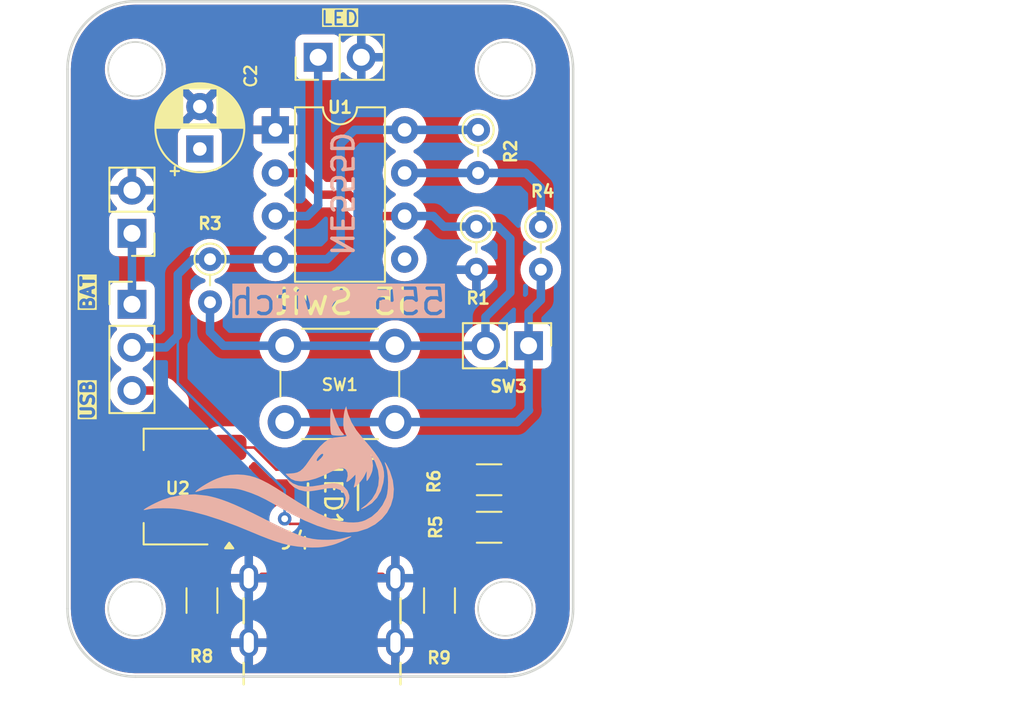
<source format=kicad_pcb>
(kicad_pcb (version 20240108) (generator "pcbnew") (generator_version "8.0")
  (layers (0 "F.Cu" signal) (31 "B.Cu" signal) (34 "B.Paste" user) (35 "F.Paste" user) (36 "B.SilkS" user "B.Silkscreen") (37 "F.SilkS" user "F.Silkscreen") (38 "B.Mask" user) (39 "F.Mask" user) (44 "Edge.Cuts" user))
  (net 0 "")
  (net 1 "Net-(C2-Pad1)")
  (net 2 "GND")
  (net 3 "Net-(U1-THR)")
  (net 4 "/VBAT")
  (net 5 "Net-(U1-DIS)")
  (net 7 "Net-(J4-CC1)")
  (net 8 "/VUSB")
  (net 9 "Net-(J3-Pin_1)")
  (net 10 "Net-(J4-CC2)")
  (net 11 "Net-(LED1-GND-Pad4)")
  (net 12 "/3V3")
  (net 13 "Net-(LED1-GND-Pad1)")
  (net 14 "VCC")
  (footprint "Package_TO_SOT_SMD:SOT-223-3_TabPin2" (layer "F.Cu") (at 116 115 180)
    (property "Reference" "U2" (at -0.1 -0.1 0) (layer "F.SilkS") (effects (font (size 0.7 0.7))))
    (property "Value" "AMS1117-3V3")
    (fp_line (start 1.91 3.41) (end 1.91 2.15) (stroke (width 0.12)) (layer "F.SilkS"))
    (fp_line (start 1.91 -3.41) (end 1.91 -2.15) (stroke (width 0.12)) (layer "F.SilkS"))
    (fp_line (start -1.85 3.41) (end 1.91 3.41) (stroke (width 0.12)) (layer "F.SilkS"))
    (fp_line (start -1.85 -3.41) (end 1.91 -3.41) (stroke (width 0.12)) (layer "F.SilkS"))
    (fp_poly (pts (xy -3.13 -3.31) (xy -3.37 -3.64) (xy -2.89 -3.64) (xy -3.13 -3.31)) (stroke (width 0.12)) (fill solid) (layer "F.SilkS"))
    (pad "1" smd roundrect (at -3.15 -2.3 180) (size 2 1.5) (layers "F.Cu" "F.Paste" "F.Mask") (net 8 "/VUSB"))
    (pad "2" smd roundrect (at -3.15 0 180) (size 2 1.5) (layers "F.Cu" "F.Paste" "F.Mask") (net 2 "GND"))
    (pad "2" smd roundrect (at 3.15 0 180) (size 2 3.8) (layers "F.Cu" "F.Paste" "F.Mask") (net 2 "GND"))
    (pad "3" smd roundrect (at -3.15 2.3 180) (size 2 1.5) (layers "F.Cu" "F.Paste" "F.Mask") (net 12 "/3V3"))
  )
  (footprint "Capacitor_THT:CP_Radial_D5.0mm_P2.50mm" (layer "F.Cu") (at 117.4 95.105113 90)
    (property "Reference" "C2" (at 4.3 3 270) (layer "F.SilkS") (effects (font (size 0.7 0.7) (thickness 0.125))))
    (property "Value" "10uF")
    (fp_line (start 1.29 -2.58) (end 1.29 2.58) (stroke (width 0.12)) (layer "F.SilkS"))
    (fp_line (start 1.25 -2.58) (end 1.25 2.58) (stroke (width 0.12)) (layer "F.SilkS"))
    (fp_line (start 1.33 -2.579) (end 1.33 2.579) (stroke (width 0.12)) (layer "F.SilkS"))
    (fp_line (start 1.37 -2.578) (end 1.37 2.578) (stroke (width 0.12)) (layer "F.SilkS"))
    (fp_line (start 1.41 -2.576) (end 1.41 2.576) (stroke (width 0.12)) (layer "F.SilkS"))
    (fp_line (start 1.45 -2.573) (end 1.45 2.573) (stroke (width 0.12)) (layer "F.SilkS"))
    (fp_line (start 1.49 -2.569) (end 1.49 -1.04) (stroke (width 0.12)) (layer "F.SilkS"))
    (fp_line (start 1.53 -2.565) (end 1.53 -1.04) (stroke (width 0.12)) (layer "F.SilkS"))
    (fp_line (start 1.57 -2.561) (end 1.57 -1.04) (stroke (width 0.12)) (layer "F.SilkS"))
    (fp_line (start 1.61 -2.556) (end 1.61 -1.04) (stroke (width 0.12)) (layer "F.SilkS"))
    (fp_line (start 1.65 -2.55) (end 1.65 -1.04) (stroke (width 0.12)) (layer "F.SilkS"))
    (fp_line (start 1.69 -2.543) (end 1.69 -1.04) (stroke (width 0.12)) (layer "F.SilkS"))
    (fp_line (start 1.73 -2.536) (end 1.73 -1.04) (stroke (width 0.12)) (layer "F.SilkS"))
    (fp_line (start 1.77 -2.528) (end 1.77 -1.04) (stroke (width 0.12)) (layer "F.SilkS"))
    (fp_line (start 1.81 -2.52) (end 1.81 -1.04) (stroke (width 0.12)) (layer "F.SilkS"))
    (fp_line (start 1.85 -2.511) (end 1.85 -1.04) (stroke (width 0.12)) (layer "F.SilkS"))
    (fp_line (start 1.89 -2.501) (end 1.89 -1.04) (stroke (width 0.12)) (layer "F.SilkS"))
    (fp_line (start 1.93 -2.491) (end 1.93 -1.04) (stroke (width 0.12)) (layer "F.SilkS"))
    (fp_line (start 1.971 -2.48) (end 1.971 -1.04) (stroke (width 0.12)) (layer "F.SilkS"))
    (fp_line (start 2.011 -2.468) (end 2.011 -1.04) (stroke (width 0.12)) (layer "F.SilkS"))
    (fp_line (start 2.051 -2.455) (end 2.051 -1.04) (stroke (width 0.12)) (layer "F.SilkS"))
    (fp_line (start 2.091 -2.442) (end 2.091 -1.04) (stroke (width 0.12)) (layer "F.SilkS"))
    (fp_line (start 2.131 -2.428) (end 2.131 -1.04) (stroke (width 0.12)) (layer "F.SilkS"))
    (fp_line (start 2.171 -2.414) (end 2.171 -1.04) (stroke (width 0.12)) (layer "F.SilkS"))
    (fp_line (start 2.211 -2.398) (end 2.211 -1.04) (stroke (width 0.12)) (layer "F.SilkS"))
    (fp_line (start 2.251 -2.382) (end 2.251 -1.04) (stroke (width 0.12)) (layer "F.SilkS"))
    (fp_line (start 2.291 -2.365) (end 2.291 -1.04) (stroke (width 0.12)) (layer "F.SilkS"))
    (fp_line (start 2.331 -2.348) (end 2.331 -1.04) (stroke (width 0.12)) (layer "F.SilkS"))
    (fp_line (start 2.371 -2.329) (end 2.371 -1.04) (stroke (width 0.12)) (layer "F.SilkS"))
    (fp_line (start 2.411 -2.31) (end 2.411 -1.04) (stroke (width 0.12)) (layer "F.SilkS"))
    (fp_line (start 2.451 -2.29) (end 2.451 -1.04) (stroke (width 0.12)) (layer "F.SilkS"))
    (fp_line (start 2.491 -2.268) (end 2.491 -1.04) (stroke (width 0.12)) (layer "F.SilkS"))
    (fp_line (start 2.531 -2.247) (end 2.531 -1.04) (stroke (width 0.12)) (layer "F.SilkS"))
    (fp_line (start 2.571 -2.224) (end 2.571 -1.04) (stroke (width 0.12)) (layer "F.SilkS"))
    (fp_line (start 2.611 -2.2) (end 2.611 -1.04) (stroke (width 0.12)) (layer "F.SilkS"))
    (fp_line (start 2.651 -2.175) (end 2.651 -1.04) (stroke (width 0.12)) (layer "F.SilkS"))
    (fp_line (start 2.691 -2.149) (end 2.691 -1.04) (stroke (width 0.12)) (layer "F.SilkS"))
    (fp_line (start 2.731 -2.122) (end 2.731 -1.04) (stroke (width 0.12)) (layer "F.SilkS"))
    (fp_line (start 2.771 -2.095) (end 2.771 -1.04) (stroke (width 0.12)) (layer "F.SilkS"))
    (fp_line (start 2.811 -2.065) (end 2.811 -1.04) (stroke (width 0.12)) (layer "F.SilkS"))
    (fp_line (start 2.851 -2.035) (end 2.851 -1.04) (stroke (width 0.12)) (layer "F.SilkS"))
    (fp_line (start 2.891 -2.004) (end 2.891 -1.04) (stroke (width 0.12)) (layer "F.SilkS"))
    (fp_line (start 2.931 -1.971) (end 2.931 -1.04) (stroke (width 0.12)) (layer "F.SilkS"))
    (fp_line (start 2.971 -1.937) (end 2.971 -1.04) (stroke (width 0.12)) (layer "F.SilkS"))
    (fp_line (start 3.011 -1.901) (end 3.011 -1.04) (stroke (width 0.12)) (layer "F.SilkS"))
    (fp_line (start 3.051 -1.864) (end 3.051 -1.04) (stroke (width 0.12)) (layer "F.SilkS"))
    (fp_line (start 3.091 -1.826) (end 3.091 -1.04) (stroke (width 0.12)) (layer "F.SilkS"))
    (fp_line (start 3.131 -1.785) (end 3.131 -1.04) (stroke (width 0.12)) (layer "F.SilkS"))
    (fp_line (start 3.171 -1.743) (end 3.171 -1.04) (stroke (width 0.12)) (layer "F.SilkS"))
    (fp_line (start -1.304775 -1.725) (end -1.304775 -1.225) (stroke (width 0.12)) (layer "F.SilkS"))
    (fp_line (start 3.211 -1.699) (end 3.211 -1.04) (stroke (width 0.12)) (layer "F.SilkS"))
    (fp_line (start 3.251 -1.653) (end 3.251 -1.04) (stroke (width 0.12)) (layer "F.SilkS"))
    (fp_line (start 3.291 -1.605) (end 3.291 -1.04) (stroke (width 0.12)) (layer "F.SilkS"))
    (fp_line (start 3.331 -1.554) (end 3.331 -1.04) (stroke (width 0.12)) (layer "F.SilkS"))
    (fp_line (start 3.371 -1.5) (end 3.371 -1.04) (stroke (width 0.12)) (layer "F.SilkS"))
    (fp_line (start -1.554775 -1.475) (end -1.054775 -1.475) (stroke (width 0.12)) (layer "F.SilkS"))
    (fp_line (start 3.411 -1.443) (end 3.411 -1.04) (stroke (width 0.12)) (layer "F.SilkS"))
    (fp_line (start 3.451 -1.383) (end 3.451 -1.04) (stroke (width 0.12)) (layer "F.SilkS"))
    (fp_line (start 3.491 -1.319) (end 3.491 -1.04) (stroke (width 0.12)) (layer "F.SilkS"))
    (fp_line (start 3.531 -1.251) (end 3.531 -1.04) (stroke (width 0.12)) (layer "F.SilkS"))
    (fp_line (start 3.571 -1.178) (end 3.571 1.178) (stroke (width 0.12)) (layer "F.SilkS"))
    (fp_line (start 3.611 -1.098) (end 3.611 1.098) (stroke (width 0.12)) (layer "F.SilkS"))
    (fp_line (start 3.651 -1.011) (end 3.651 1.011) (stroke (width 0.12)) (layer "F.SilkS"))
    (fp_line (start 3.691 -0.915) (end 3.691 0.915) (stroke (width 0.12)) (layer "F.SilkS"))
    (fp_line (start 3.731 -0.805) (end 3.731 0.805) (stroke (width 0.12)) (layer "F.SilkS"))
    (fp_line (start 3.771 -0.677) (end 3.771 0.677) (stroke (width 0.12)) (layer "F.SilkS"))
    (fp_line (start 3.811 -0.518) (end 3.811 0.518) (stroke (width 0.12)) (layer "F.SilkS"))
    (fp_line (start 3.851 -0.284) (end 3.851 0.284) (stroke (width 0.12)) (layer "F.SilkS"))
    (fp_line (start 3.531 1.04) (end 3.531 1.251) (stroke (width 0.12)) (layer "F.SilkS"))
    (fp_line (start 3.491 1.04) (end 3.491 1.319) (stroke (width 0.12)) (layer "F.SilkS"))
    (fp_line (start 3.451 1.04) (end 3.451 1.383) (stroke (width 0.12)) (layer "F.SilkS"))
    (fp_line (start 3.411 1.04) (end 3.411 1.443) (stroke (width 0.12)) (layer "F.SilkS"))
    (fp_line (start 3.371 1.04) (end 3.371 1.5) (stroke (width 0.12)) (layer "F.SilkS"))
    (fp_line (start 3.331 1.04) (end 3.331 1.554) (stroke (width 0.12)) (layer "F.SilkS"))
    (fp_line (start 3.291 1.04) (end 3.291 1.605) (stroke (width 0.12)) (layer "F.SilkS"))
    (fp_line (start 3.251 1.04) (end 3.251 1.653) (stroke (width 0.12)) (layer "F.SilkS"))
    (fp_line (start 3.211 1.04) (end 3.211 1.699) (stroke (width 0.12)) (layer "F.SilkS"))
    (fp_line (start 3.171 1.04) (end 3.171 1.743) (stroke (width 0.12)) (layer "F.SilkS"))
    (fp_line (start 3.131 1.04) (end 3.131 1.785) (stroke (width 0.12)) (layer "F.SilkS"))
    (fp_line (start 3.091 1.04) (end 3.091 1.826) (stroke (width 0.12)) (layer "F.SilkS"))
    (fp_line (start 3.051 1.04) (end 3.051 1.864) (stroke (width 0.12)) (layer "F.SilkS"))
    (fp_line (start 3.011 1.04) (end 3.011 1.901) (stroke (width 0.12)) (layer "F.SilkS"))
    (fp_line (start 2.971 1.04) (end 2.971 1.937) (stroke (width 0.12)) (layer "F.SilkS"))
    (fp_line (start 2.931 1.04) (end 2.931 1.971) (stroke (width 0.12)) (layer "F.SilkS"))
    (fp_line (start 2.891 1.04) (end 2.891 2.004) (stroke (width 0.12)) (layer "F.SilkS"))
    (fp_line (start 2.851 1.04) (end 2.851 2.035) (stroke (width 0.12)) (layer "F.SilkS"))
    (fp_line (start 2.811 1.04) (end 2.811 2.065) (stroke (width 0.12)) (layer "F.SilkS"))
    (fp_line (start 2.771 1.04) (end 2.771 2.095) (stroke (width 0.12)) (layer "F.SilkS"))
    (fp_line (start 2.731 1.04) (end 2.731 2.122) (stroke (width 0.12)) (layer "F.SilkS"))
    (fp_line (start 2.691 1.04) (end 2.691 2.149) (stroke (width 0.12)) (layer "F.SilkS"))
    (fp_line (start 2.651 1.04) (end 2.651 2.175) (stroke (width 0.12)) (layer "F.SilkS"))
    (fp_line (start 2.611 1.04) (end 2.611 2.2) (stroke (width 0.12)) (layer "F.SilkS"))
    (fp_line (start 2.571 1.04) (end 2.571 2.224) (stroke (width 0.12)) (layer "F.SilkS"))
    (fp_line (start 2.531 1.04) (end 2.531 2.247) (stroke (width 0.12)) (layer "F.SilkS"))
    (fp_line (start 2.491 1.04) (end 2.491 2.268) (stroke (width 0.12)) (layer "F.SilkS"))
    (fp_line (start 2.451 1.04) (end 2.451 2.29) (stroke (width 0.12)) (layer "F.SilkS"))
    (fp_line (start 2.411 1.04) (end 2.411 2.31) (stroke (width 0.12)) (layer "F.SilkS"))
    (fp_line (start 2.371 1.04) (end 2.371 2.329) (stroke (width 0.12)) (layer "F.SilkS"))
    (fp_line (start 2.331 1.04) (end 2.331 2.348) (stroke (width 0.12)) (layer "F.SilkS"))
    (fp_line (start 2.291 1.04) (end 2.291 2.365) (stroke (width 0.12)) (layer "F.SilkS"))
    (fp_line (start 2.251 1.04) (end 2.251 2.382) (stroke (width 0.12)) (layer "F.SilkS"))
    (fp_line (start 2.211 1.04) (end 2.211 2.398) (stroke (width 0.12)) (layer "F.SilkS"))
    (fp_line (start 2.171 1.04) (end 2.171 2.414) (stroke (width 0.12)) (layer "F.SilkS"))
    (fp_line (start 2.131 1.04) (end 2.131 2.428) (stroke (width 0.12)) (layer "F.SilkS"))
    (fp_line (start 2.091 1.04) (end 2.091 2.442) (stroke (width 0.12)) (layer "F.SilkS"))
    (fp_line (start 2.051 1.04) (end 2.051 2.455) (stroke (width 0.12)) (layer "F.SilkS"))
    (fp_line (start 2.011 1.04) (end 2.011 2.468) (stroke (width 0.12)) (layer "F.SilkS"))
    (fp_line (start 1.971 1.04) (end 1.971 2.48) (stroke (width 0.12)) (layer "F.SilkS"))
    (fp_line (start 1.93 1.04) (end 1.93 2.491) (stroke (width 0.12)) (layer "F.SilkS"))
    (fp_line (start 1.89 1.04) (end 1.89 2.501) (stroke (width 0.12)) (layer "F.SilkS"))
    (fp_line (start 1.85 1.04) (end 1.85 2.511) (stroke (width 0.12)) (layer "F.SilkS"))
    (fp_line (start 1.81 1.04) (end 1.81 2.52) (stroke (width 0.12)) (layer "F.SilkS"))
    (fp_line (start 1.77 1.04) (end 1.77 2.528) (stroke (width 0.12)) (layer "F.SilkS"))
    (fp_line (start 1.73 1.04) (end 1.73 2.536) (stroke (width 0.12)) (layer "F.SilkS"))
    (fp_line (start 1.69 1.04) (end 1.69 2.543) (stroke (width 0.12)) (layer "F.SilkS"))
    (fp_line (start 1.65 1.04) (end 1.65 2.55) (stroke (width 0.12)) (layer "F.SilkS"))
    (fp_line (start 1.61 1.04) (end 1.61 2.556) (stroke (width 0.12)) (layer "F.SilkS"))
    (fp_line (start 1.57 1.04) (end 1.57 2.561) (stroke (width 0.12)) (layer "F.SilkS"))
    (fp_line (start 1.53 1.04) (end 1.53 2.565) (stroke (width 0.12)) (layer "F.SilkS"))
    (fp_line (start 1.49 1.04) (end 1.49 2.569) (stroke (width 0.12)) (layer "F.SilkS"))
    (fp_circle (center 1.25 0) (end 3.87 0) (stroke (width 0.12)) (fill none) (layer "F.SilkS"))
    (pad "1" thru_hole rect (at 0 0 90) (size 1.6 1.6) (drill 0.8) (layers "*.Cu" "*.Mask") (net 1 "Net-(C2-Pad1)"))
    (pad "2" thru_hole circle (at 2.5 0 90) (size 1.6 1.6) (drill 0.8) (layers "*.Cu" "*.Mask") (net 2 "GND"))
  )
  (footprint "Package_DIP:DIP-8_W7.62mm" (layer "F.Cu") (at 121.85 93.98)
    (property "Reference" "U1" (at 3.81 -1.33 0) (layer "F.SilkS") (effects (font (size 0.7 0.7))))
    (property "Value" "NE555D")
    (fp_line (start 1.16 -1.33) (end 1.16 8.95) (stroke (width 0.12)) (layer "F.SilkS"))
    (fp_line (start 1.16 8.95) (end 6.46 8.95) (stroke (width 0.12)) (layer "F.SilkS"))
    (fp_line (start 2.81 -1.33) (end 1.16 -1.33) (stroke (width 0.12)) (layer "F.SilkS"))
    (fp_line (start 6.46 -1.33) (end 4.81 -1.33) (stroke (width 0.12)) (layer "F.SilkS"))
    (fp_line (start 6.46 8.95) (end 6.46 -1.33) (stroke (width 0.12)) (layer "F.SilkS"))
    (fp_arc (start 4.81 -1.33) (mid 3.81 -0.33) (end 2.81 -1.33) (stroke (width 0.12)) (layer "F.SilkS"))
    (pad "1" thru_hole rect (at 0 0) (size 1.6 1.6) (drill 0.8) (layers "*.Cu" "*.Mask") (net 2 "GND"))
    (pad "2" thru_hole oval (at 0 2.54) (size 1.6 1.6) (drill 0.8) (layers "*.Cu" "*.Mask") (net 3 "Net-(U1-THR)"))
    (pad "3" thru_hole oval (at 0 5.08) (size 1.6 1.6) (drill 0.8) (layers "*.Cu" "*.Mask") (net 9 "Net-(J3-Pin_1)"))
    (pad "4" thru_hole oval (at 0 7.62) (size 1.6 1.6) (drill 0.8) (layers "*.Cu" "*.Mask") (net 14 "VCC"))
    (pad "5" thru_hole oval (at 7.62 7.62) (size 1.6 1.6) (drill 0.8) (layers "*.Cu" "*.Mask"))
    (pad "6" thru_hole oval (at 7.62 5.08) (size 1.6 1.6) (drill 0.8) (layers "*.Cu" "*.Mask") (net 3 "Net-(U1-THR)"))
    (pad "7" thru_hole oval (at 7.62 2.54) (size 1.6 1.6) (drill 0.8) (layers "*.Cu" "*.Mask") (net 5 "Net-(U1-DIS)"))
    (pad "8" thru_hole oval (at 7.62 0) (size 1.6 1.6) (drill 0.8) (layers "*.Cu" "*.Mask") (net 14 "VCC"))
  )
  (footprint "Resistor_THT:R_Axial_DIN0204_L3.6mm_D1.6mm_P2.54mm_Vertical" (layer "F.Cu") (at 137.5 99.68 -90)
    (property "Reference" "R4" (at -2.08 -0.1 0) (layer "F.SilkS") (effects (font (size 0.7 0.7))))
    (property "Value" "10k")
    (fp_line (start 0.92 0) (end 1.54 0) (stroke (width 0.12)) (layer "F.SilkS"))
    (fp_circle (center 0 0) (end 0.92 0) (stroke (width 0.12)) (fill none) (layer "F.SilkS"))
    (pad "1" thru_hole circle (at 0 0 270) (size 1.4 1.4) (drill 0.7) (layers "*.Cu" "*.Mask") (net 5 "Net-(U1-DIS)"))
    (pad "2" thru_hole oval (at 2.54 0 270) (size 1.4 1.4) (drill 0.7) (layers "*.Cu" "*.Mask") (net 1 "Net-(C2-Pad1)"))
  )
  (footprint "Resistor_SMD:R_1206_3216Metric_Pad1.30x1.75mm_HandSolder" (layer "F.Cu") (at 134.45 117.4)
    (property "Reference" "R5" (at -3.15 0 90) (layer "F.SilkS") (effects (font (size 0.7 0.7))))
    (property "Value" "5k1")
    (fp_line (start -0.727064 -0.91) (end 0.727064 -0.91) (stroke (width 0.12)) (layer "F.SilkS"))
    (fp_line (start -0.727064 0.91) (end 0.727064 0.91) (stroke (width 0.12)) (layer "F.SilkS"))
    (pad "1" smd roundrect (at -1.55 0) (size 1.3 1.75) (layers "F.Cu" "F.Paste" "F.Mask") (roundrect_rratio 0.192308) (net 11 "Net-(LED1-GND-Pad4)"))
    (pad "2" smd roundrect (at 1.55 0) (size 1.3 1.75) (layers "F.Cu" "F.Paste" "F.Mask") (roundrect_rratio 0.192308) (net 2 "GND"))
  )
  (footprint "Connector_PinHeader_2.54mm:PinHeader_1x02_P2.54mm_Vertical" (layer "F.Cu") (at 113.4 100.075 180)
    (property "Reference" "J1" (hide yes))
    (property "Value" "3V3")
    (fp_line (start 1.33 1.27) (end 1.33 3.87) (stroke (width 0.12)) (layer "F.SilkS"))
    (fp_line (start -1.33 3.87) (end 1.33 3.87) (stroke (width 0.12)) (layer "F.SilkS"))
    (fp_line (start -1.33 1.27) (end 1.33 1.27) (stroke (width 0.12)) (layer "F.SilkS"))
    (fp_line (start -1.33 1.27) (end -1.33 3.87) (stroke (width 0.12)) (layer "F.SilkS"))
    (fp_line (start -1.33 0) (end -1.33 -1.33) (stroke (width 0.12)) (layer "F.SilkS"))
    (fp_line (start -1.33 -1.33) (end 0 -1.33) (stroke (width 0.12)) (layer "F.SilkS"))
    (pad "1" thru_hole rect (at 0 0 180) (size 1.7 1.7) (drill 1) (layers "*.Cu" "*.Mask") (net 4 "/VBAT"))
    (pad "2" thru_hole oval (at 0 2.54 180) (size 1.7 1.7) (drill 1) (layers "*.Cu" "*.Mask") (net 2 "GND"))
  )
  (footprint "Alexander Footprint Library:USB-C MOLEX 2171750001" (layer "F.Cu") (at 124.605 126.8)
    (property "Reference" "J4" (at -1.5875 -8.605 0) (layer "F.SilkS"))
    (property "Value" "USB-C_Receptacle_PowerOnly_6P_MOLEX-2171750001")
    (fp_line (start -4.62 -3.75) (end -4.62 -5.2) (stroke (width 0.15)) (layer "F.SilkS"))
    (fp_line (start -4.62 -0.15) (end -4.62 -1.4) (stroke (width 0.15)) (layer "F.SilkS"))
    (fp_line (start 4.62 -3.75) (end 4.62 -5.2) (stroke (width 0.15)) (layer "F.SilkS"))
    (fp_line (start 4.62 -0.15) (end 4.62 -1.4) (stroke (width 0.15)) (layer "F.SilkS"))
    (pad "A5" smd rect (at -0.5 -6.48) (size 0.7 1.2) (layers "F.Cu" "F.Paste") (net 7 "Net-(J4-CC1)"))
    (pad "A9" smd rect (at 1.52 -6.48) (size 0.76 1.2) (layers "F.Cu" "F.Paste") (net 8 "/VUSB"))
    (pad "A12" smd rect (at 2.75 -6.48) (size 0.8 1.2) (layers "F.Cu" "F.Paste") (net 2 "GND"))
    (pad "B5" smd rect (at 0.5 -6.48) (size 0.7 1.2) (layers "F.Cu" "F.Paste") (net 10 "Net-(J4-CC2)"))
    (pad "B9" smd rect (at -1.52 -6.48) (size 0.76 1.2) (layers "F.Cu" "F.Paste") (net 8 "/VUSB"))
    (pad "B12" smd rect (at -2.75 -6.48) (size 0.8 1.2) (layers "F.Cu" "F.Paste") (net 2 "GND"))
    (pad "S1" thru_hole oval (at -4.32 -2.6) (size 1.1 1.7) (drill oval 0.6 1.2) (layers "*.Cu" "*.Mask") (net 2 "GND"))
    (pad "S2" thru_hole oval (at 4.32 -2.6) (size 1.1 1.7) (drill oval 0.6 1.2) (layers "*.Cu" "*.Mask") (net 2 "GND"))
    (pad "S3" thru_hole oval (at -4.32 -6.4) (size 1.1 1.7) (drill oval 0.6 1.2) (layers "*.Cu" "*.Mask") (net 2 "GND"))
    (pad "S4" thru_hole oval (at 4.32 -6.4) (size 1.1 1.7) (drill oval 0.6 1.2) (layers "*.Cu" "*.Mask") (net 2 "GND"))
  )
  (footprint "Alexander Footprint Library:B1552_HVK-M" (layer "F.Cu") (at 125.249999 115.6002 -90)
    (property "Reference" "LED1" (at 0 0 -90) (layer "F.SilkS"))
    (property "Value" "LED-RED-GREEN-B1552USUG20D")
    (fp_line (start -0.777373 1.4732) (end 0.777373 1.4732) (stroke (width 0.1524)) (layer "F.SilkS"))
    (fp_line (start -0.777373 -1.4732) (end 0.777373 -1.4732) (stroke (width 0.1524)) (layer "F.SilkS"))
    (fp_text user "*" (at -2.2352 -1.8041 -90) (layer "F.SilkS"))
    (fp_text user "*" (at -2.2352 -1.8041 90) (layer "F.SilkS"))
    (pad "1" smd rect (at -1.6002 -0.750001 270) (size 1.1176 1.0414) (layers "F.Cu" "F.Paste" "F.Mask") (net 13 "Net-(LED1-GND-Pad1)"))
    (pad "2" smd rect (at -1.6002 0.750001 270) (size 1.1176 1.0414) (layers "F.Cu" "F.Paste" "F.Mask") (net 12 "/3V3"))
    (pad "3" smd rect (at 1.6002 0.750001 270) (size 1.1176 1.0414) (layers "F.Cu" "F.Paste" "F.Mask") (net 14 "VCC"))
    (pad "4" smd rect (at 1.6002 -0.750001 270) (size 1.1176 1.0414) (layers "F.Cu" "F.Paste" "F.Mask") (net 11 "Net-(LED1-GND-Pad4)"))
  )
  (footprint "Resistor_SMD:R_1206_3216Metric_Pad1.30x1.75mm_HandSolder" (layer "F.Cu") (at 117.525 121.72 -90)
    (property "Reference" "R8" (at 3.28 0.025 0) (layer "F.SilkS") (effects (font (size 0.7 0.7))))
    (property "Value" "5K7")
    (fp_line (start -0.727064 0.91) (end 0.727064 0.91) (stroke (width 0.12)) (layer "F.SilkS"))
    (fp_line (start -0.727064 -0.91) (end 0.727064 -0.91) (stroke (width 0.12)) (layer "F.SilkS"))
    (pad "1" smd roundrect (at -1.55 0 270) (size 1.3 1.75) (layers "F.Cu" "F.Paste" "F.Mask") (roundrect_rratio 0.192308) (net 2 "GND"))
    (pad "2" smd roundrect (at 1.55 0 270) (size 1.3 1.75) (layers "F.Cu" "F.Paste" "F.Mask") (roundrect_rratio 0.192308) (net 7 "Net-(J4-CC1)"))
  )
  (footprint "Connector_PinHeader_2.54mm:PinHeader_1x03_P2.54mm_Vertical" (layer "F.Cu") (at 113.4 104.26)
    (property "Reference" "SW2" (hide yes))
    (property "Value" "SW_SPDT")
    (fp_line (start -1.33 -1.33) (end 0 -1.33) (stroke (width 0.12)) (layer "F.SilkS"))
    (fp_line (start -1.33 0) (end -1.33 -1.33) (stroke (width 0.12)) (layer "F.SilkS"))
    (fp_line (start -1.33 1.27) (end -1.33 6.41) (stroke (width 0.12)) (layer "F.SilkS"))
    (fp_line (start -1.33 1.27) (end 1.33 1.27) (stroke (width 0.12)) (layer "F.SilkS"))
    (fp_line (start -1.33 6.41) (end 1.33 6.41) (stroke (width 0.12)) (layer "F.SilkS"))
    (fp_line (start 1.33 1.27) (end 1.33 6.41) (stroke (width 0.12)) (layer "F.SilkS"))
    (pad "1" thru_hole rect (at 0 0) (size 1.7 1.7) (drill 1) (layers "*.Cu" "*.Mask") (net 4 "/VBAT"))
    (pad "2" thru_hole oval (at 0 2.54) (size 1.7 1.7) (drill 1) (layers "*.Cu" "*.Mask") (net 14 "VCC"))
    (pad "3" thru_hole oval (at 0 5.08) (size 1.7 1.7) (drill 1) (layers "*.Cu" "*.Mask") (net 12 "/3V3"))
  )
  (footprint "Resistor_SMD:R_1206_3216Metric_Pad1.30x1.75mm_HandSolder" (layer "F.Cu") (at 134.45 114.6)
    (property "Reference" "R6" (at -3.25 0.1 90) (layer "F.SilkS") (effects (font (size 0.7 0.7))))
    (property "Value" "5k1")
    (fp_line (start -0.727064 -0.91) (end 0.727064 -0.91) (stroke (width 0.12)) (layer "F.SilkS"))
    (fp_line (start -0.727064 0.91) (end 0.727064 0.91) (stroke (width 0.12)) (layer "F.SilkS"))
    (pad "1" smd roundrect (at -1.55 0) (size 1.3 1.75) (layers "F.Cu" "F.Paste" "F.Mask") (roundrect_rratio 0.192308) (net 13 "Net-(LED1-GND-Pad1)"))
    (pad "2" smd roundrect (at 1.55 0) (size 1.3 1.75) (layers "F.Cu" "F.Paste" "F.Mask") (roundrect_rratio 0.192308) (net 2 "GND"))
  )
  (footprint "Resistor_SMD:R_1206_3216Metric_Pad1.30x1.75mm_HandSolder" (layer "F.Cu") (at 131.525 121.72 -90)
    (property "Reference" "R9" (at 3.38 0.025 0) (layer "F.SilkS") (effects (font (size 0.7 0.7))))
    (property "Value" "5K7")
    (fp_line (start -0.727064 0.91) (end 0.727064 0.91) (stroke (width 0.12)) (layer "F.SilkS"))
    (fp_line (start -0.727064 -0.91) (end 0.727064 -0.91) (stroke (width 0.12)) (layer "F.SilkS"))
    (pad "1" smd roundrect (at -1.55 0 270) (size 1.3 1.75) (layers "F.Cu" "F.Paste" "F.Mask") (roundrect_rratio 0.192308) (net 2 "GND"))
    (pad "2" smd roundrect (at 1.55 0 270) (size 1.3 1.75) (layers "F.Cu" "F.Paste" "F.Mask") (roundrect_rratio 0.192308) (net 10 "Net-(J4-CC2)"))
  )
  (footprint "Resistor_THT:R_Axial_DIN0204_L3.6mm_D1.6mm_P2.54mm_Vertical" (layer "F.Cu") (at 133.7 99.68 -90)
    (property "Reference" "R1" (at 4.22 -0.1 0) (layer "F.SilkS") (effects (font (size 0.7 0.7))))
    (property "Value" "10k")
    (fp_line (start 0.92 0) (end 1.54 0) (stroke (width 0.12)) (layer "F.SilkS"))
    (fp_circle (center 0 0) (end 0.92 0) (stroke (width 0.12)) (fill none) (layer "F.SilkS"))
    (pad "1" thru_hole circle (at 0 0 270) (size 1.4 1.4) (drill 0.7) (layers "*.Cu" "*.Mask") (net 3 "Net-(U1-THR)"))
    (pad "2" thru_hole oval (at 2.54 0 270) (size 1.4 1.4) (drill 0.7) (layers "*.Cu" "*.Mask") (net 2 "GND"))
  )
  (footprint "Resistor_THT:R_Axial_DIN0204_L3.6mm_D1.6mm_P2.54mm_Vertical" (layer "F.Cu") (at 133.8 93.98 -90)
    (property "Reference" "R2" (at 1.27 -1.92 90) (layer "F.SilkS") (effects (font (size 0.7 0.7))))
    (property "Value" "10k")
    (fp_line (start 0.92 0) (end 1.54 0) (stroke (width 0.12)) (layer "F.SilkS"))
    (fp_circle (center 0 0) (end 0.92 0) (stroke (width 0.12)) (fill none) (layer "F.SilkS"))
    (pad "1" thru_hole circle (at 0 0 270) (size 1.4 1.4) (drill 0.7) (layers "*.Cu" "*.Mask") (net 14 "VCC"))
    (pad "2" thru_hole oval (at 2.54 0 270) (size 1.4 1.4) (drill 0.7) (layers "*.Cu" "*.Mask") (net 5 "Net-(U1-DIS)"))
  )
  (footprint "Connector_PinHeader_2.54mm:PinHeader_1x02_P2.54mm_Vertical" (layer "F.Cu") (at 124.375 89.7 90)
    (property "Reference" "J3" (hide yes))
    (property "Value" "OUT")
    (fp_line (start -1.33 -1.33) (end 0 -1.33) (stroke (width 0.12)) (layer "F.SilkS"))
    (fp_line (start -1.33 0) (end -1.33 -1.33) (stroke (width 0.12)) (layer "F.SilkS"))
    (fp_line (start 1.33 1.27) (end 1.33 3.87) (stroke (width 0.12)) (layer "F.SilkS"))
    (fp_line (start -1.33 1.27) (end 1.33 1.27) (stroke (width 0.12)) (layer "F.SilkS"))
    (fp_line (start -1.33 1.27) (end -1.33 3.87) (stroke (width 0.12)) (layer "F.SilkS"))
    (fp_line (start -1.33 3.87) (end 1.33 3.87) (stroke (width 0.12)) (layer "F.SilkS"))
    (pad "1" thru_hole rect (at 0 0 90) (size 1.7 1.7) (drill 1) (layers "*.Cu" "*.Mask") (net 9 "Net-(J3-Pin_1)"))
    (pad "2" thru_hole oval (at 0 2.54 90) (size 1.7 1.7) (drill 1) (layers "*.Cu" "*.Mask") (net 2 "GND"))
  )
  (footprint "Connector_PinHeader_2.54mm:PinHeader_1x02_P2.54mm_Vertical" (layer "F.Cu") (at 136.775 106.7 -90)
    (property "Reference" "SW3" (at 2.4 1.175 0) (layer "F.SilkS") (effects (font (size 0.7 0.7))))
    (property "Value" "SW_Reed")
    (fp_line (start -1.33 3.87) (end 1.33 3.87) (stroke (width 0.12)) (layer "F.SilkS"))
    (fp_line (start -1.33 1.27) (end -1.33 3.87) (stroke (width 0.12)) (layer "F.SilkS"))
    (fp_line (start -1.33 1.27) (end 1.33 1.27) (stroke (width 0.12)) (layer "F.SilkS"))
    (fp_line (start 1.33 1.27) (end 1.33 3.87) (stroke (width 0.12)) (layer "F.SilkS"))
    (fp_line (start -1.33 0) (end -1.33 -1.33) (stroke (width 0.12)) (layer "F.SilkS"))
    (fp_line (start -1.33 -1.33) (end 0 -1.33) (stroke (width 0.12)) (layer "F.SilkS"))
    (pad "1" thru_hole rect (at 0 0 270) (size 1.7 1.7) (drill 1) (layers "*.Cu" "*.Mask") (net 1 "Net-(C2-Pad1)"))
    (pad "2" thru_hole oval (at 0 2.54 270) (size 1.7 1.7) (drill 1) (layers "*.Cu" "*.Mask") (net 3 "Net-(U1-THR)"))
  )
  (footprint "Resistor_THT:R_Axial_DIN0204_L3.6mm_D1.6mm_P2.54mm_Vertical" (layer "F.Cu") (at 118 101.6 -90)
    (property "Reference" "R3" (at -2.1 0 0) (layer "F.SilkS") (effects (font (size 0.7 0.7))))
    (property "Value" "10k")
    (fp_line (start 0.92 0) (end 1.54 0) (stroke (width 0.12)) (layer "F.SilkS"))
    (fp_circle (center 0 0) (end 0.92 0) (stroke (width 0.12)) (fill none) (layer "F.SilkS"))
    (pad "1" thru_hole circle (at 0 0 270) (size 1.4 1.4) (drill 0.7) (layers "*.Cu" "*.Mask") (net 14 "VCC"))
    (pad "2" thru_hole oval (at 2.54 0 270) (size 1.4 1.4) (drill 0.7) (layers "*.Cu" "*.Mask") (net 3 "Net-(U1-THR)"))
  )
  (footprint "Button_Switch_THT:SW_PUSH_6mm" (layer "F.Cu") (at 122.4 106.7)
    (property "Reference" "SW1" (at 3.25 2.3 0) (layer "F.SilkS") (effects (font (size 0.7 0.7) (thickness 0.125))))
    (property "Value" "SW_Push")
    (fp_line (start -0.25 1.5) (end -0.25 3) (stroke (width 0.12)) (layer "F.SilkS"))
    (fp_line (start 1 5.5) (end 5.5 5.5) (stroke (width 0.12)) (layer "F.SilkS"))
    (fp_line (start 5.5 -1) (end 1 -1) (stroke (width 0.12)) (layer "F.SilkS"))
    (fp_line (start 6.75 3) (end 6.75 1.5) (stroke (width 0.12)) (layer "F.SilkS"))
    (pad "1" thru_hole circle (at 0 0 90) (size 2 2) (drill 1.1) (layers "*.Cu" "*.Mask") (net 3 "Net-(U1-THR)"))
    (pad "1" thru_hole circle (at 6.5 0 90) (size 2 2) (drill 1.1) (layers "*.Cu" "*.Mask") (net 3 "Net-(U1-THR)"))
    (pad "2" thru_hole circle (at 0 4.5 90) (size 2 2) (drill 1.1) (layers "*.Cu" "*.Mask") (net 1 "Net-(C2-Pad1)"))
    (pad "2" thru_hole circle (at 6.5 4.5 90) (size 2 2) (drill 1.1) (layers "*.Cu" "*.Mask") (net 1 "Net-(C2-Pad1)"))
  )
  (footprint "LOGO" (layer "B.Cu") (at 121.4 114.4 180)
    (property "Reference" "G***" (hide yes))
    (property "Value" "LOGO" (hide yes))
    (fp_poly (pts (xy -5.335668 -1.973085) (xy -5.363457 -2.000875) (xy -5.391247 -1.973085) (xy -5.363457 -1.945295)) (fill solid) (layer "B.SilkS"))
    (fp_poly (pts (xy -3.72712 3.989192) (xy -3.720697 3.973961) (xy -3.701102 3.866879) (xy -3.687804 3.678866) (xy -3.680882 3.439975) (xy -3.680421 3.180261) (xy -3.686502 2.929778) (xy -3.699208 2.718581) (xy -3.716893 2.584464) (xy -3.741095 2.495828) (xy -3.784399 2.444513) (xy -3.873902 2.418422) (xy -4.036701 2.405456) (xy -4.127166 2.40129) (xy -4.314775 2.400001) (xy -4.449213 2.412314) (xy -4.501944 2.435572) (xy -4.501969 2.436169) (xy -4.463752 2.510156) (xy -4.414064 2.560438) (xy -4.317104 2.679269) (xy -4.202066 2.879038) (xy -4.080896 3.133656) (xy -3.965538 3.417032) (xy -3.867936 3.703076) (xy -3.83055 3.835011) (xy -3.788365 3.978468) (xy -3.75726 4.025597)) (fill solid) (layer "B.SilkS"))
    (fp_poly (pts (xy -1.16813 -0.243105) (xy -1.254216 -0.368794) (xy -1.28983 -0.413219) (xy -1.537879 -0.635483) (xy -1.849965 -0.79747) (xy -2.187325 -0.881187) (xy -2.314341 -0.888735) (xy -2.497037 -0.877155) (xy -2.746282 -0.845689) (xy -3.020446 -0.800025) (xy -3.14804 -0.774864) (xy -3.516275 -0.710602) (xy -3.805925 -0.692046) (xy -4.04028 -0.720434) (xy -4.242632 -0.797) (xy -4.312229 -0.836658) (xy -4.497239 -1.008267) (xy -4.588805 -1.225532) (xy -4.584459 -1.470239) (xy -4.481739 -1.724177) (xy -4.44078 -1.786433) (xy -4.359302 -1.917364) (xy -4.351943 -1.969709) (xy -4.412174 -1.941384) (xy -4.533468 -1.830304) (xy -4.544045 -1.819408) (xy -4.734665 -1.563229) (xy -4.815304 -1.302684) (xy -4.806573 -1.114052) (xy -4.700145 -0.833593) (xy -4.503297 -0.610752) (xy -4.312939 -0.494963) (xy -4.14564 -0.432054) (xy -3.973801 -0.400998) (xy -3.772034 -0.401933) (xy -3.514951 -0.434994) (xy -3.177163 -0.500319) (xy -3.173511 -0.501089) (xy -2.63863 -0.587136) (xy -2.183217 -0.60137) (xy -1.801259 -0.543037) (xy -1.486742 -0.411382) (xy -1.292451 -0.264967) (xy -1.187436 -0.180532) (xy -1.145933 -0.176798)) (fill solid) (layer "B.SilkS"))
    (fp_poly (pts (xy 5.006815 -1.088445) (xy 5.716318 -1.225058) (xy 6.200827 -1.383806) (xy 6.403664 -1.468934) (xy 6.626548 -1.573239) (xy 6.848558 -1.685444) (xy 7.048775 -1.794268) (xy 7.20628 -1.888432) (xy 7.300154 -1.956656) (xy 7.315527 -1.984838) (xy 7.254956 -1.98449) (xy 7.122033 -1.961789) (xy 7.024333 -1.940189) (xy 6.806471 -1.906915) (xy 6.509925 -1.886858) (xy 6.16638 -1.879979) (xy 5.807519 -1.886237) (xy 5.465025 -1.905592) (xy 5.170583 -1.938004) (xy 5.141138 -1.942582) (xy 4.426362 -2.086382) (xy 3.63366 -2.298797) (xy 2.770609 -2.57741) (xy 1.844784 -2.919804) (xy 1.010836 -3.260583) (xy 0.441355 -3.497514) (xy -0.046623 -3.688235) (xy -0.469864 -3.838501) (xy -0.845133 -3.954062) (xy -1.189195 -4.040673) (xy -1.371928 -4.078191) (xy -1.768371 -4.138227) (xy -2.195636 -4.177783) (xy -2.616347 -4.195041) (xy -2.993123 -4.188182) (xy -3.212913 -4.167752) (xy -3.467108 -4.123955) (xy -3.736305 -4.064944) (xy -3.876552 -4.027934) (xy -4.038283 -3.972815) (xy -4.23561 -3.893936) (xy -4.4451 -3.802307) (xy -4.643316 -3.708932) (xy -4.806823 -3.624819) (xy -4.912187 -3.560974) (xy -4.93761 -3.529586) (xy -4.878362 -3.533932) (xy -4.740991 -3.564298) (xy -4.553715 -3.61434) (xy -4.52896 -3.621444) (xy -4.263761 -3.683348) (xy -3.968882 -3.720103) (xy -3.608736 -3.735703) (xy -3.501532 -3.73678) (xy -3.19922 -3.733182) (xy -2.919835 -3.716451) (xy -2.650591 -3.682285) (xy -2.378702 -3.626385) (xy -2.091382 -3.544451) (xy -1.775843 -3.432183) (xy -1.419301 -3.28528) (xy -1.008967 -3.099444) (xy -0.532057 -2.870373) (xy 0.024217 -2.593769) (xy 0.277899 -2.465774) (xy 0.908788 -2.151193) (xy 1.457458 -1.888515) (xy 1.937016 -1.672463) (xy 2.360572 -1.497764) (xy 2.741233 -1.359144) (xy 3.092107 -1.251328) (xy 3.426303 -1.169041) (xy 3.575896 -1.138716) (xy 4.289098 -1.059268)) (fill solid) (layer "B.SilkS"))
    (fp_poly (pts (xy -6.905998 0.758162) (xy -6.962759 0.600951) (xy -7.033118 0.344256) (xy -7.076378 0.016472) (xy -7.092183 -0.34585) (xy -7.080174 -0.706159) (xy -7.039992 -1.027906) (xy -6.980883 -1.250547) (xy -6.763375 -1.690507) (xy -6.474123 -2.069435) (xy -6.127243 -2.373404) (xy -5.73685 -2.588488) (xy -5.563615 -2.648878) (xy -5.327801 -2.699081) (xy -5.056923 -2.71721) (xy -4.755393 -2.708697) (xy -4.35446 -2.660239) (xy -3.927847 -2.556931) (xy -3.466953 -2.394884) (xy -2.963179 -2.17021) (xy -2.407923 -1.879024) (xy -1.792584 -1.517437) (xy -1.108562 -1.081562) (xy -1.0071 -1.01457) (xy -0.492206 -0.683257) (xy -0.044687 -0.419341) (xy 0.351284 -0.216499) (xy 0.71153 -0.068411) (xy 1.051879 0.031245) (xy 1.388155 0.088791) (xy 1.736184 0.110546) (xy 1.811196 0.11116) (xy 2.209545 0.08793) (xy 2.587906 0.011875) (xy 2.985773 -0.126555) (xy 3.220465 -0.229596) (xy 3.426096 -0.333288) (xy 3.645126 -0.457079) (xy 3.857915 -0.588021) (xy 4.044822 -0.71317) (xy 4.186205 -0.819577) (xy 4.262422 -0.894296) (xy 4.267621 -0.919833) (xy 4.208774 -0.913924) (xy 4.073957 -0.878799) (xy 3.892101 -0.822016) (xy 3.888205 -0.820718) (xy 3.725225 -0.77192) (xy 3.56218 -0.738179) (xy 3.373334 -0.71692) (xy 3.132947 -0.705567) (xy 2.815283 -0.701544) (xy 2.695624 -0.701384) (xy 2.35618 -0.703448) (xy 2.098843 -0.711561) (xy 1.894597 -0.729039) (xy 1.714421 -0.7592) (xy 1.529299 -0.805361) (xy 1.367243 -0.853246) (xy 0.950955 -0.993823) (xy 0.547075 -1.159732) (xy 0.126735 -1.364384) (xy -0.338935 -1.621188) (xy -0.542279 -1.74028) (xy -1.387822 -2.215648) (xy -2.179537 -2.606384) (xy -2.915301 -2.911815) (xy -3.59299 -3.131273) (xy -4.210479 -3.264085) (xy -4.765643 -3.30958) (xy -5.256358 -3.267087) (xy -5.328395 -3.252158) (xy -5.86764 -3.080586) (xy -6.335668 -2.830855) (xy -6.727607 -2.512655) (xy -7.038587 -2.135675) (xy -7.263735 -1.709605) (xy -7.39818 -1.244134) (xy -7.437052 -0.748952) (xy -7.375479 -0.233748) (xy -7.20859 0.291789) (xy -7.162597 0.396304) (xy -7.060917 0.603512) (xy -6.977088 0.750807) (xy -6.918438 0.830684) (xy -6.892299 0.835638)) (fill solid) (layer "B.SilkS"))
    (fp_poly (pts (xy -4.556503 3.973961) (xy -4.520533 3.840385) (xy -4.487756 3.634631) (xy -4.464038 3.395647) (xy -4.460134 3.333896) (xy -4.454225 3.038515) (xy -4.480237 2.807976) (xy -4.54713 2.598354) (xy -4.654092 2.383309) (xy -4.612375 2.364187) (xy -4.484682 2.344093) (xy -4.2961 2.32668) (xy -4.240174 2.323042) (xy -3.873323 2.277556) (xy -3.602294 2.191422) (xy -3.584521 2.182588) (xy -3.348899 2.020904) (xy -3.082371 1.766082) (xy -2.794532 1.428501) (xy -2.49498 1.018542) (xy -2.458084 0.964056) (xy -2.251081 0.669692) (xy -2.075655 0.459558) (xy -1.912351 0.319129) (xy -1.741716 0.23388) (xy -1.544295 0.189288) (xy -1.402354 0.175843) (xy -1.049214 0.153357) (xy -1.17767 0.015818) (xy -1.384103 -0.158726) (xy -1.620776 -0.258269) (xy -1.91889 -0.294599) (xy -2.000875 -0.295241) (xy -2.386755 -0.252234) (xy -2.829533 -0.133031) (xy -3.31108 0.056544) (xy -3.709428 0.253548) (xy -4.010174 0.401117) (xy -4.241961 0.478647) (xy -4.420301 0.48836) (xy -4.560706 0.432478) (xy -4.618459 0.38373) (xy -4.698395 0.231726) (xy -4.711815 0.024236) (xy -4.657293 -0.20412) (xy -4.643968 -0.236214) (xy -4.627839 -0.319252) (xy -4.677618 -0.328735) (xy -4.78048 -0.269581) (xy -4.9236 -0.146704) (xy -4.953147 -0.117698) (xy -5.168928 0.098082) (xy -5.168928 -0.11408) (xy -5.153411 -0.299881) (xy -5.115666 -0.465845) (xy -5.111793 -0.476519) (xy -5.078233 -0.591861) (xy -5.07906 -0.651197) (xy -5.13753 -0.639037) (xy -5.240535 -0.557561) (xy -5.368361 -0.428161) (xy -5.501289 -0.27223) (xy -5.619604 -0.11116) (xy -5.6963 0.018497) (xy -5.838743 0.305689) (xy -5.82342 0.013861) (xy -5.819631 -0.148953) (xy -5.826307 -0.2547) (xy -5.835886 -0.277554) (xy -5.89623 -0.229792) (xy -5.977644 -0.108472) (xy -6.063382 0.055435) (xy -6.136699 0.230957) (xy -6.171345 0.342865) (xy -6.207717 0.632127) (xy -6.178753 0.870168) (xy -6.149992 1.029127) (xy -6.140164 1.13666) (xy -6.144537 1.160875) (xy -6.177076 1.12602) (xy -6.241939 1.0129) (xy -6.326013 0.844699) (xy -6.339244 0.816636) (xy -6.49792 0.360813) (xy -6.554463 -0.096231) (xy -6.512178 -0.540542) (xy -6.374371 -0.958169) (xy -6.144345 -1.335159) (xy -5.825407 -1.657561) (xy -5.737359 -1.724292) (xy -5.56755 -1.851199) (xy -5.4929 -1.920809) (xy -5.513486 -1.933402) (xy -5.629383 -1.889262) (xy -5.764656 -1.826023) (xy -6.144627 -1.582948) (xy -6.447032 -1.261132) (xy -6.670071 -0.86317) (xy -6.811949 -0.391655) (xy -6.830695 -0.28709) (xy -6.861483 -0.001007) (xy -6.853395 0.266591) (xy -6.800141 0.528729) (xy -6.695433 0.798433) (xy -6.53298 1.088728) (xy -6.419832 1.250547) (xy -6.113786 1.250547) (xy -6.085996 1.222757) (xy -6.058206 1.250547) (xy -6.085996 1.278337) (xy -6.113786 1.250547) (xy -6.419832 1.250547) (xy -6.384164 1.301558) (xy -3.276553 1.301558) (xy -3.249487 1.2128) (xy -3.144391 1.080121) (xy -3.116748 1.051742) (xy -2.989426 0.933278) (xy -2.919109 0.895195) (xy -2.891998 0.932181) (xy -2.890153 0.964532) (xy -2.927111 1.055442) (xy -3.015279 1.172388) (xy -3.120597 1.277341) (xy -3.209007 1.332273) (xy -3.220979 1.333917) (xy -3.276553 1.301558) (xy -6.384164 1.301558) (xy -6.306493 1.41264) (xy -6.009684 1.783195) (xy -5.636262 2.213417) (xy -5.608104 2.244971) (xy -5.233172 2.714919) (xy -4.945024 3.185268) (xy -4.751728 3.642009) (xy -4.703359 3.815277) (xy -4.626773 4.1407)) (fill solid) (layer "B.SilkS"))
  )
  (gr_line (start 113.6 86.4) (end 135.4 86.4) (stroke (width 0.15)) (layer "Edge.Cuts"))
  (gr_line (start 135.4 126.2) (end 113.6 126.2) (stroke (width 0.15)) (layer "Edge.Cuts"))
  (gr_arc (start 135.4 86.4) (mid 138.228427 87.571573) (end 139.4 90.4) (stroke (width 0.15)) (layer "Edge.Cuts"))
  (gr_arc (start 113.6 126.2) (mid 110.771573 125.028427) (end 109.6 122.2) (stroke (width 0.15)) (layer "Edge.Cuts"))
  (gr_circle (center 113.6 122.2) (end 113.6 120.6) (stroke (width 0.1)) (fill none) (layer "Edge.Cuts"))
  (gr_line (start 139.4 90.4) (end 139.4 122.2) (stroke (width 0.15)) (layer "Edge.Cuts"))
  (gr_line (start 109.6 122.2) (end 109.6 90.4) (stroke (width 0.15)) (layer "Edge.Cuts"))
  (gr_circle (center 113.6 90.4) (end 113.6 88.8) (stroke (width 0.1)) (fill none) (layer "Edge.Cuts"))
  (gr_arc (start 139.4 122.2) (mid 138.228427 125.028427) (end 135.4 126.2) (stroke (width 0.15)) (layer "Edge.Cuts"))
  (gr_circle (center 135.4 90.4) (end 135.4 88.8) (stroke (width 0.1)) (fill none) (layer "Edge.Cuts"))
  (gr_circle (center 135.4 122.2) (end 135.4 120.6) (stroke (width 0.1)) (fill none) (layer "Edge.Cuts"))
  (gr_arc (start 109.6 90.4) (mid 110.771573 87.571573) (end 113.6 86.4) (stroke (width 0.15)) (layer "Edge.Cuts"))
  (gr_text "NE555D" (at 125.75 97.75 270) (layer "B.SilkS") (effects (font (size 1.25 1.25) (thickness 0.2) (bold yes)) (justify mirror)))
  (gr_text "555 Switch" (at 132 105 0) (layer "B.SilkS" knockout) (effects (font (size 1.5 1.5) (thickness 0.2) (bold yes)) (justify left bottom mirror)))
  (gr_text "BAT" (at 110.8 103.6 90) (layer "F.SilkS" knockout) (effects (font (size 0.75 0.75) (thickness 0.1875) (bold yes))))
  (gr_text "USB" (at 110.8 109.9 90) (layer "F.SilkS" knockout) (effects (font (size 0.75 0.75) (thickness 0.1875) (bold yes))))
  (gr_text "ON / OFF" (at 121.8 104.6 0) (layer "F.SilkS" knockout) (effects (font (size 1 1) (thickness 0.2) (bold yes)) (justify left bottom)))
  (gr_text "LED" (at 125.65 87.4 0) (layer "F.SilkS" knockout) (effects (font (size 0.8 0.8) (thickness 0.125) (bold yes))))
  (segment (start 136.775 110.475) (end 136.775 106.7) (width 0.5) (layer "B.Cu") (net 1))
  (segment (start 128.9 111.2) (end 136.1 111.2) (width 0.5) (layer "B.Cu") (net 1))
  (segment (start 136.8 110.5) (end 136.775 110.475) (width 0.5) (layer "B.Cu") (net 1))
  (segment (start 122.4 111.2) (end 128.9 111.2) (width 0.5) (layer "B.Cu") (net 1))
  (segment (start 136.775 106.7) (end 136.775 104.725) (width 0.5) (layer "B.Cu") (net 1))
  (segment (start 136.1 111.2) (end 136.8 110.5) (width 0.5) (layer "B.Cu") (net 1))
  (segment (start 136.775 104.725) (end 137.5 104) (width 0.5) (layer "B.Cu") (net 1))
  (segment (start 137.5 104) (end 137.5 102.22) (width 0.5) (layer "B.Cu") (net 1))
  (segment (start 121.85 96.52) (end 123.22 96.52) (width 0.5) (layer "F.Cu") (net 3))
  (segment (start 126.2 97.8) (end 127.46 99.06) (width 0.5) (layer "F.Cu") (net 3))
  (segment (start 127.46 99.06) (end 129.47 99.06) (width 0.5) (layer "F.Cu") (net 3))
  (segment (start 124.5 97.8) (end 126.2 97.8) (width 0.5) (layer "F.Cu") (net 3))
  (segment (start 123.22 96.52) (end 124.5 97.8) (width 0.5) (layer "F.Cu") (net 3))
  (segment (start 118 105.9) (end 118 104.14) (width 0.5) (layer "B.Cu") (net 3))
  (segment (start 133.7 99.68) (end 134.98 99.68) (width 0.5) (layer "B.Cu") (net 3))
  (segment (start 134.98 99.68) (end 135.7 100.4) (width 0.5) (layer "B.Cu") (net 3))
  (segment (start 125.1 106.7) (end 122.4 106.7) (width 0.5) (layer "B.Cu") (net 3))
  (segment (start 131.16 99.06) (end 131.78 99.68) (width 0.5) (layer "B.Cu") (net 3))
  (segment (start 135.7 103.55) (end 134.235 105.015) (width 0.5) (layer "B.Cu") (net 3))
  (segment (start 129.47 99.06) (end 131.16 99.06) (width 0.5) (layer "B.Cu") (net 3))
  (segment (start 134.235 105.015) (end 134.235 106.7) (width 0.5) (layer "B.Cu") (net 3))
  (segment (start 134.235 106.7) (end 128.9 106.7) (width 0.5) (layer "B.Cu") (net 3))
  (segment (start 135.7 100.4) (end 135.7 103.55) (width 0.5) (layer "B.Cu") (net 3))
  (segment (start 122.4 106.7) (end 118.8 106.7) (width 0.5) (layer "B.Cu") (net 3))
  (segment (start 128.9 106.7) (end 125.1 106.7) (width 0.5) (layer "B.Cu") (net 3))
  (segment (start 118.8 106.7) (end 118 105.9) (width 0.5) (layer "B.Cu") (net 3))
  (segment (start 131.78 99.68) (end 133.7 99.68) (width 0.5) (layer "B.Cu") (net 3))
  (segment (start 113.4 100.075) (end 113.4 104.26) (width 0.5) (layer "B.Cu") (net 4))
  (segment (start 136.62 96.52) (end 137.5 97.4) (width 0.5) (layer "B.Cu") (net 5))
  (segment (start 134.62 96.52) (end 136.62 96.52) (width 0.5) (layer "B.Cu") (net 5))
  (segment (start 137.5 97.4) (end 137.5 99.68) (width 0.5) (layer "B.Cu") (net 5))
  (segment (start 129.47 96.52) (end 134.62 96.52) (width 0.5) (layer "B.Cu") (net 5))
  (segment (start 124.105 121.695) (end 124.105 120.32) (width 0.2) (layer "F.Cu") (net 7))
  (segment (start 123.6 122.2) (end 124.105 121.695) (width 0.2) (layer "F.Cu") (net 7))
  (segment (start 117.525 123.27) (end 117.83 123.27) (width 0.2) (layer "F.Cu") (net 7))
  (segment (start 118.9 122.2) (end 123.6 122.2) (width 0.2) (layer "F.Cu") (net 7))
  (segment (start 117.83 123.27) (end 118.9 122.2) (width 0.2) (layer "F.Cu") (net 7))
  (segment (start 126.125 120.32) (end 126.125 118.925) (width 0.5) (layer "F.Cu") (net 8))
  (segment (start 120.7 117.3) (end 121.9 118.5) (width 0.5) (layer "F.Cu") (net 8))
  (segment (start 123.1 119.3) (end 123.085 119.315) (width 0.5) (layer "F.Cu") (net 8))
  (segment (start 126.125 118.925) (end 125.7 118.5) (width 0.5) (layer "F.Cu") (net 8))
  (segment (start 123.085 119.315) (end 123.085 120.32) (width 0.5) (layer "F.Cu") (net 8))
  (segment (start 123.1 118.9) (end 123.1 119.3) (width 0.5) (layer "F.Cu") (net 8))
  (segment (start 125.7 118.5) (end 123.5 118.5) (width 0.5) (layer "F.Cu") (net 8))
  (segment (start 121.9 118.5) (end 123.5 118.5) (width 0.5) (layer "F.Cu") (net 8))
  (segment (start 123.5 118.5) (end 123.1 118.9) (width 0.5) (layer "F.Cu") (net 8))
  (segment (start 119.15 117.3) (end 120.7 117.3) (width 0.5) (layer "F.Cu") (net 8))
  (segment (start 124.375 98.425) (end 123.74 99.06) (width 0.5) (layer "B.Cu") (net 9))
  (segment (start 123.74 99.06) (end 121.85 99.06) (width 0.5) (layer "B.Cu") (net 9))
  (segment (start 124.375 89.7) (end 124.375 98.425) (width 0.5) (layer "B.Cu") (net 9))
  (segment (start 125.105 121.705) (end 125.6 122.2) (width 0.2) (layer "F.Cu") (net 10))
  (segment (start 131.27 123.27) (end 131.525 123.27) (width 0.2) (layer "F.Cu") (net 10))
  (segment (start 125.6 122.2) (end 130.2 122.2) (width 0.2) (layer "F.Cu") (net 10))
  (segment (start 125.105 120.32) (end 125.105 121.705) (width 0.2) (layer "F.Cu") (net 10))
  (segment (start 130.2 122.2) (end 131.27 123.27) (width 0.2) (layer "F.Cu") (net 10))
  (segment (start 130.2004 117.2004) (end 130.4 117.4) (width 0.15) (layer "F.Cu") (net 11))
  (segment (start 130.4 117.4) (end 132.9 117.4) (width 0.15) (layer "F.Cu") (net 11))
  (segment (start 126 117.2004) (end 130.2004 117.2004) (width 0.15) (layer "F.Cu") (net 11))
  (segment (start 121.9 114) (end 120.6 112.7) (width 0.15) (layer "F.Cu") (net 12))
  (segment (start 113.4 109.34) (end 115.34 109.34) (width 0.5) (layer "F.Cu") (net 12))
  (segment (start 116 110) (end 116 112.1) (width 0.5) (layer "F.Cu") (net 12))
  (segment (start 116.6 112.7) (end 119.15 112.7) (width 0.5) (layer "F.Cu") (net 12))
  (segment (start 115.34 109.34) (end 116 110) (width 0.5) (layer "F.Cu") (net 12))
  (segment (start 120.6 112.7) (end 119.15 112.7) (width 0.15) (layer "F.Cu") (net 12))
  (segment (start 124.499998 114) (end 121.9 114) (width 0.15) (layer "F.Cu") (net 12))
  (segment (start 116 112.1) (end 116.6 112.7) (width 0.5) (layer "F.Cu") (net 12))
  (segment (start 130.2 114) (end 130.8 114.6) (width 0.15) (layer "F.Cu") (net 13))
  (segment (start 130.8 114.6) (end 132.9 114.6) (width 0.15) (layer "F.Cu") (net 13))
  (segment (start 126 114) (end 130.2 114) (width 0.15) (layer "F.Cu") (net 13))
  (segment (start 122.4 116.9) (end 122.7004 117.2004) (width 0.15) (layer "F.Cu") (net 14))
  (segment (start 122.7004 117.2004) (end 124.499998 117.2004) (width 0.15) (layer "F.Cu") (net 14))
  (via (at 122.4 116.9) (size 0.8) (drill 0.4) (layers "F.Cu" "B.Cu") (net 14))
  (segment (start 115.4 106.8) (end 116.1 106.1) (width 0.5) (layer "B.Cu") (net 14))
  (segment (start 113.4 106.8) (end 115.4 106.8) (width 0.5) (layer "B.Cu") (net 14))
  (segment (start 126.52 93.98) (end 129.47 93.98) (width 0.5) (layer "B.Cu") (net 14))
  (segment (start 121.85 101.6) (end 124.9 101.6) (width 0.5) (layer "B.Cu") (net 14))
  (segment (start 122.4 115.2) (end 116.1 108.9) (width 0.15) (layer "B.Cu") (net 14))
  (segment (start 124.9 101.6) (end 125.7 100.8) (width 0.5) (layer "B.Cu") (net 14))
  (segment (start 122.4 116.9) (end 122.4 115.2) (width 0.15) (layer "B.Cu") (net 14))
  (segment (start 117 101.6) (end 118 101.6) (width 0.5) (layer "B.Cu") (net 14))
  (segment (start 129.47 93.98) (end 133.8 93.98) (width 0.5) (layer "B.Cu") (net 14))
  (segment (start 125.7 100.8) (end 125.7 94.8) (width 0.5) (layer "B.Cu") (net 14))
  (segment (start 116.1 102.5) (end 117 101.6) (width 0.5) (layer "B.Cu") (net 14))
  (segment (start 116.1 108.9) (end 116.1 106.1) (width 0.15) (layer "B.Cu") (net 14))
  (segment (start 121.85 101.6) (end 118 101.6) (width 0.5) (layer "B.Cu") (net 14))
  (segment (start 116.1 106.1) (end 116.1 102.5) (width 0.5) (layer "B.Cu") (net 14))
  (segment (start 125.7 94.8) (end 126.52 93.98) (width 0.5) (layer "B.Cu") (net 14))
  (zone (net 2) (net_name "GND") (layer "F.Cu") (priority 1) (connect_pads (clearance 0.5)) (min_thickness 0.25) (fill yes (thermal_gap 0.5) (thermal_bridge_width 0.5) (island_removal_mode 1) (island_area_min 10))
    (polygon (pts (xy 109.6 86.4) (xy 139.4 86.4) (xy 139.4 126.2) (xy 109.6 126.2)))
  )
  (zone (net 2) (net_name "GND") (layer "B.Cu") (connect_pads (clearance 0.5)) (min_thickness 0.25) (fill yes (thermal_gap 0.5) (thermal_bridge_width 0.5) (island_removal_mode 1) (island_area_min 10))
    (polygon (pts (xy 109.6 86.4) (xy 139.4 86.4) (xy 139.6 126.2) (xy 109.6 126.2)))
  )
)
</source>
